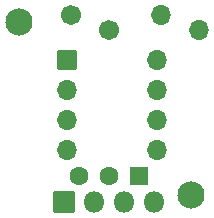
<source format=gbr>
%TF.GenerationSoftware,KiCad,Pcbnew,8.0.2*%
%TF.CreationDate,2024-05-02T20:14:49+02:00*%
%TF.ProjectId,VR-Conditioner-MAX9926+reg,56522d43-6f6e-4646-9974-696f6e65722d,3.7*%
%TF.SameCoordinates,PX68c4118PY713e7a8*%
%TF.FileFunction,Soldermask,Bot*%
%TF.FilePolarity,Negative*%
%FSLAX46Y46*%
G04 Gerber Fmt 4.6, Leading zero omitted, Abs format (unit mm)*
G04 Created by KiCad (PCBNEW 8.0.2) date 2024-05-02 20:14:49*
%MOMM*%
%LPD*%
G01*
G04 APERTURE LIST*
G04 Aperture macros list*
%AMRoundRect*
0 Rectangle with rounded corners*
0 $1 Rounding radius*
0 $2 $3 $4 $5 $6 $7 $8 $9 X,Y pos of 4 corners*
0 Add a 4 corners polygon primitive as box body*
4,1,4,$2,$3,$4,$5,$6,$7,$8,$9,$2,$3,0*
0 Add four circle primitives for the rounded corners*
1,1,$1+$1,$2,$3*
1,1,$1+$1,$4,$5*
1,1,$1+$1,$6,$7*
1,1,$1+$1,$8,$9*
0 Add four rect primitives between the rounded corners*
20,1,$1+$1,$2,$3,$4,$5,0*
20,1,$1+$1,$4,$5,$6,$7,0*
20,1,$1+$1,$6,$7,$8,$9,0*
20,1,$1+$1,$8,$9,$2,$3,0*%
G04 Aperture macros list end*
%ADD10RoundRect,0.050800X-0.800000X-0.800000X0.800000X-0.800000X0.800000X0.800000X-0.800000X0.800000X0*%
%ADD11O,1.701600X1.701600*%
%ADD12C,1.701600*%
%ADD13C,2.301600*%
%ADD14RoundRect,0.050800X-0.850000X0.850000X-0.850000X-0.850000X0.850000X-0.850000X0.850000X0.850000X0*%
%ADD15O,1.801600X1.801600*%
%ADD16RoundRect,0.050800X0.750000X-0.750000X0.750000X0.750000X-0.750000X0.750000X-0.750000X-0.750000X0*%
%ADD17C,1.601600*%
G04 APERTURE END LIST*
D10*
%TO.C,J1*%
X9207500Y16510000D03*
D11*
X9207500Y13970000D03*
X9207500Y11430000D03*
X9207500Y8890000D03*
X16827500Y8890000D03*
X16827500Y11430000D03*
X16827500Y13970000D03*
X16827500Y16510000D03*
%TD*%
D12*
%TO.C,R13*%
X9525000Y20320000D03*
D11*
X17145000Y20320000D03*
%TD*%
D12*
%TO.C,R23*%
X12700000Y19050000D03*
D11*
X20320000Y19050000D03*
%TD*%
D13*
%TO.C,H1*%
X19685000Y5080000D03*
%TD*%
%TO.C,H2*%
X5080000Y19685000D03*
%TD*%
D14*
%TO.C,J2*%
X8890000Y4445000D03*
D15*
X11430000Y4445000D03*
X13970000Y4445000D03*
X16510000Y4445000D03*
%TD*%
D16*
%TO.C,U2*%
X15240000Y6650000D03*
D17*
X12700000Y6650000D03*
X10160000Y6650000D03*
%TD*%
M02*

</source>
